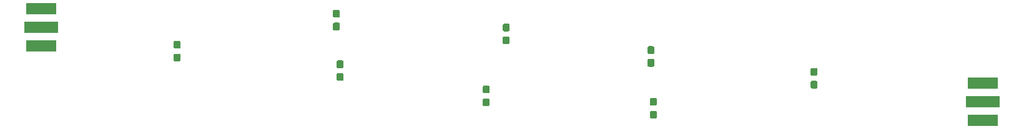
<source format=gbr>
G04 #@! TF.GenerationSoftware,KiCad,Pcbnew,5.1.2-f72e74a~84~ubuntu18.04.1*
G04 #@! TF.CreationDate,2019-11-12T15:35:39+01:00*
G04 #@! TF.ProjectId,filtre_lignes_couplees,66696c74-7265-45f6-9c69-676e65735f63,rev?*
G04 #@! TF.SameCoordinates,Original*
G04 #@! TF.FileFunction,Paste,Top*
G04 #@! TF.FilePolarity,Positive*
%FSLAX46Y46*%
G04 Gerber Fmt 4.6, Leading zero omitted, Abs format (unit mm)*
G04 Created by KiCad (PCBNEW 5.1.2-f72e74a~84~ubuntu18.04.1) date 2019-11-12 15:35:39*
%MOMM*%
%LPD*%
G04 APERTURE LIST*
%ADD10C,0.100000*%
%ADD11C,0.950000*%
%ADD12R,4.060000X1.520000*%
%ADD13R,4.600000X1.520000*%
G04 APERTURE END LIST*
D10*
G36*
X144840779Y-90291144D02*
G01*
X144863834Y-90294563D01*
X144886443Y-90300227D01*
X144908387Y-90308079D01*
X144929457Y-90318044D01*
X144949448Y-90330026D01*
X144968168Y-90343910D01*
X144985438Y-90359562D01*
X145001090Y-90376832D01*
X145014974Y-90395552D01*
X145026956Y-90415543D01*
X145036921Y-90436613D01*
X145044773Y-90458557D01*
X145050437Y-90481166D01*
X145053856Y-90504221D01*
X145055000Y-90527500D01*
X145055000Y-91102500D01*
X145053856Y-91125779D01*
X145050437Y-91148834D01*
X145044773Y-91171443D01*
X145036921Y-91193387D01*
X145026956Y-91214457D01*
X145014974Y-91234448D01*
X145001090Y-91253168D01*
X144985438Y-91270438D01*
X144968168Y-91286090D01*
X144949448Y-91299974D01*
X144929457Y-91311956D01*
X144908387Y-91321921D01*
X144886443Y-91329773D01*
X144863834Y-91335437D01*
X144840779Y-91338856D01*
X144817500Y-91340000D01*
X144342500Y-91340000D01*
X144319221Y-91338856D01*
X144296166Y-91335437D01*
X144273557Y-91329773D01*
X144251613Y-91321921D01*
X144230543Y-91311956D01*
X144210552Y-91299974D01*
X144191832Y-91286090D01*
X144174562Y-91270438D01*
X144158910Y-91253168D01*
X144145026Y-91234448D01*
X144133044Y-91214457D01*
X144123079Y-91193387D01*
X144115227Y-91171443D01*
X144109563Y-91148834D01*
X144106144Y-91125779D01*
X144105000Y-91102500D01*
X144105000Y-90527500D01*
X144106144Y-90504221D01*
X144109563Y-90481166D01*
X144115227Y-90458557D01*
X144123079Y-90436613D01*
X144133044Y-90415543D01*
X144145026Y-90395552D01*
X144158910Y-90376832D01*
X144174562Y-90359562D01*
X144191832Y-90343910D01*
X144210552Y-90330026D01*
X144230543Y-90318044D01*
X144251613Y-90308079D01*
X144273557Y-90300227D01*
X144296166Y-90294563D01*
X144319221Y-90291144D01*
X144342500Y-90290000D01*
X144817500Y-90290000D01*
X144840779Y-90291144D01*
X144840779Y-90291144D01*
G37*
D11*
X144580000Y-90815000D03*
D10*
G36*
X144840779Y-92041144D02*
G01*
X144863834Y-92044563D01*
X144886443Y-92050227D01*
X144908387Y-92058079D01*
X144929457Y-92068044D01*
X144949448Y-92080026D01*
X144968168Y-92093910D01*
X144985438Y-92109562D01*
X145001090Y-92126832D01*
X145014974Y-92145552D01*
X145026956Y-92165543D01*
X145036921Y-92186613D01*
X145044773Y-92208557D01*
X145050437Y-92231166D01*
X145053856Y-92254221D01*
X145055000Y-92277500D01*
X145055000Y-92852500D01*
X145053856Y-92875779D01*
X145050437Y-92898834D01*
X145044773Y-92921443D01*
X145036921Y-92943387D01*
X145026956Y-92964457D01*
X145014974Y-92984448D01*
X145001090Y-93003168D01*
X144985438Y-93020438D01*
X144968168Y-93036090D01*
X144949448Y-93049974D01*
X144929457Y-93061956D01*
X144908387Y-93071921D01*
X144886443Y-93079773D01*
X144863834Y-93085437D01*
X144840779Y-93088856D01*
X144817500Y-93090000D01*
X144342500Y-93090000D01*
X144319221Y-93088856D01*
X144296166Y-93085437D01*
X144273557Y-93079773D01*
X144251613Y-93071921D01*
X144230543Y-93061956D01*
X144210552Y-93049974D01*
X144191832Y-93036090D01*
X144174562Y-93020438D01*
X144158910Y-93003168D01*
X144145026Y-92984448D01*
X144133044Y-92964457D01*
X144123079Y-92943387D01*
X144115227Y-92921443D01*
X144109563Y-92898834D01*
X144106144Y-92875779D01*
X144105000Y-92852500D01*
X144105000Y-92277500D01*
X144106144Y-92254221D01*
X144109563Y-92231166D01*
X144115227Y-92208557D01*
X144123079Y-92186613D01*
X144133044Y-92165543D01*
X144145026Y-92145552D01*
X144158910Y-92126832D01*
X144174562Y-92109562D01*
X144191832Y-92093910D01*
X144210552Y-92080026D01*
X144230543Y-92068044D01*
X144251613Y-92058079D01*
X144273557Y-92050227D01*
X144296166Y-92044563D01*
X144319221Y-92041144D01*
X144342500Y-92040000D01*
X144817500Y-92040000D01*
X144840779Y-92041144D01*
X144840779Y-92041144D01*
G37*
D11*
X144580000Y-92565000D03*
D10*
G36*
X166630779Y-86198644D02*
G01*
X166653834Y-86202063D01*
X166676443Y-86207727D01*
X166698387Y-86215579D01*
X166719457Y-86225544D01*
X166739448Y-86237526D01*
X166758168Y-86251410D01*
X166775438Y-86267062D01*
X166791090Y-86284332D01*
X166804974Y-86303052D01*
X166816956Y-86323043D01*
X166826921Y-86344113D01*
X166834773Y-86366057D01*
X166840437Y-86388666D01*
X166843856Y-86411721D01*
X166845000Y-86435000D01*
X166845000Y-87010000D01*
X166843856Y-87033279D01*
X166840437Y-87056334D01*
X166834773Y-87078943D01*
X166826921Y-87100887D01*
X166816956Y-87121957D01*
X166804974Y-87141948D01*
X166791090Y-87160668D01*
X166775438Y-87177938D01*
X166758168Y-87193590D01*
X166739448Y-87207474D01*
X166719457Y-87219456D01*
X166698387Y-87229421D01*
X166676443Y-87237273D01*
X166653834Y-87242937D01*
X166630779Y-87246356D01*
X166607500Y-87247500D01*
X166132500Y-87247500D01*
X166109221Y-87246356D01*
X166086166Y-87242937D01*
X166063557Y-87237273D01*
X166041613Y-87229421D01*
X166020543Y-87219456D01*
X166000552Y-87207474D01*
X165981832Y-87193590D01*
X165964562Y-87177938D01*
X165948910Y-87160668D01*
X165935026Y-87141948D01*
X165923044Y-87121957D01*
X165913079Y-87100887D01*
X165905227Y-87078943D01*
X165899563Y-87056334D01*
X165896144Y-87033279D01*
X165895000Y-87010000D01*
X165895000Y-86435000D01*
X165896144Y-86411721D01*
X165899563Y-86388666D01*
X165905227Y-86366057D01*
X165913079Y-86344113D01*
X165923044Y-86323043D01*
X165935026Y-86303052D01*
X165948910Y-86284332D01*
X165964562Y-86267062D01*
X165981832Y-86251410D01*
X166000552Y-86237526D01*
X166020543Y-86225544D01*
X166041613Y-86215579D01*
X166063557Y-86207727D01*
X166086166Y-86202063D01*
X166109221Y-86198644D01*
X166132500Y-86197500D01*
X166607500Y-86197500D01*
X166630779Y-86198644D01*
X166630779Y-86198644D01*
G37*
D11*
X166370000Y-86722500D03*
D10*
G36*
X166630779Y-87948644D02*
G01*
X166653834Y-87952063D01*
X166676443Y-87957727D01*
X166698387Y-87965579D01*
X166719457Y-87975544D01*
X166739448Y-87987526D01*
X166758168Y-88001410D01*
X166775438Y-88017062D01*
X166791090Y-88034332D01*
X166804974Y-88053052D01*
X166816956Y-88073043D01*
X166826921Y-88094113D01*
X166834773Y-88116057D01*
X166840437Y-88138666D01*
X166843856Y-88161721D01*
X166845000Y-88185000D01*
X166845000Y-88760000D01*
X166843856Y-88783279D01*
X166840437Y-88806334D01*
X166834773Y-88828943D01*
X166826921Y-88850887D01*
X166816956Y-88871957D01*
X166804974Y-88891948D01*
X166791090Y-88910668D01*
X166775438Y-88927938D01*
X166758168Y-88943590D01*
X166739448Y-88957474D01*
X166719457Y-88969456D01*
X166698387Y-88979421D01*
X166676443Y-88987273D01*
X166653834Y-88992937D01*
X166630779Y-88996356D01*
X166607500Y-88997500D01*
X166132500Y-88997500D01*
X166109221Y-88996356D01*
X166086166Y-88992937D01*
X166063557Y-88987273D01*
X166041613Y-88979421D01*
X166020543Y-88969456D01*
X166000552Y-88957474D01*
X165981832Y-88943590D01*
X165964562Y-88927938D01*
X165948910Y-88910668D01*
X165935026Y-88891948D01*
X165923044Y-88871957D01*
X165913079Y-88850887D01*
X165905227Y-88828943D01*
X165899563Y-88806334D01*
X165896144Y-88783279D01*
X165895000Y-88760000D01*
X165895000Y-88185000D01*
X165896144Y-88161721D01*
X165899563Y-88138666D01*
X165905227Y-88116057D01*
X165913079Y-88094113D01*
X165923044Y-88073043D01*
X165935026Y-88053052D01*
X165948910Y-88034332D01*
X165964562Y-88017062D01*
X165981832Y-88001410D01*
X166000552Y-87987526D01*
X166020543Y-87975544D01*
X166041613Y-87965579D01*
X166063557Y-87957727D01*
X166086166Y-87952063D01*
X166109221Y-87948644D01*
X166132500Y-87947500D01*
X166607500Y-87947500D01*
X166630779Y-87948644D01*
X166630779Y-87948644D01*
G37*
D11*
X166370000Y-88472500D03*
D10*
G36*
X122180779Y-88601144D02*
G01*
X122203834Y-88604563D01*
X122226443Y-88610227D01*
X122248387Y-88618079D01*
X122269457Y-88628044D01*
X122289448Y-88640026D01*
X122308168Y-88653910D01*
X122325438Y-88669562D01*
X122341090Y-88686832D01*
X122354974Y-88705552D01*
X122366956Y-88725543D01*
X122376921Y-88746613D01*
X122384773Y-88768557D01*
X122390437Y-88791166D01*
X122393856Y-88814221D01*
X122395000Y-88837500D01*
X122395000Y-89412500D01*
X122393856Y-89435779D01*
X122390437Y-89458834D01*
X122384773Y-89481443D01*
X122376921Y-89503387D01*
X122366956Y-89524457D01*
X122354974Y-89544448D01*
X122341090Y-89563168D01*
X122325438Y-89580438D01*
X122308168Y-89596090D01*
X122289448Y-89609974D01*
X122269457Y-89621956D01*
X122248387Y-89631921D01*
X122226443Y-89639773D01*
X122203834Y-89645437D01*
X122180779Y-89648856D01*
X122157500Y-89650000D01*
X121682500Y-89650000D01*
X121659221Y-89648856D01*
X121636166Y-89645437D01*
X121613557Y-89639773D01*
X121591613Y-89631921D01*
X121570543Y-89621956D01*
X121550552Y-89609974D01*
X121531832Y-89596090D01*
X121514562Y-89580438D01*
X121498910Y-89563168D01*
X121485026Y-89544448D01*
X121473044Y-89524457D01*
X121463079Y-89503387D01*
X121455227Y-89481443D01*
X121449563Y-89458834D01*
X121446144Y-89435779D01*
X121445000Y-89412500D01*
X121445000Y-88837500D01*
X121446144Y-88814221D01*
X121449563Y-88791166D01*
X121455227Y-88768557D01*
X121463079Y-88746613D01*
X121473044Y-88725543D01*
X121485026Y-88705552D01*
X121498910Y-88686832D01*
X121514562Y-88669562D01*
X121531832Y-88653910D01*
X121550552Y-88640026D01*
X121570543Y-88628044D01*
X121591613Y-88618079D01*
X121613557Y-88610227D01*
X121636166Y-88604563D01*
X121659221Y-88601144D01*
X121682500Y-88600000D01*
X122157500Y-88600000D01*
X122180779Y-88601144D01*
X122180779Y-88601144D01*
G37*
D11*
X121920000Y-89125000D03*
D10*
G36*
X122180779Y-90351144D02*
G01*
X122203834Y-90354563D01*
X122226443Y-90360227D01*
X122248387Y-90368079D01*
X122269457Y-90378044D01*
X122289448Y-90390026D01*
X122308168Y-90403910D01*
X122325438Y-90419562D01*
X122341090Y-90436832D01*
X122354974Y-90455552D01*
X122366956Y-90475543D01*
X122376921Y-90496613D01*
X122384773Y-90518557D01*
X122390437Y-90541166D01*
X122393856Y-90564221D01*
X122395000Y-90587500D01*
X122395000Y-91162500D01*
X122393856Y-91185779D01*
X122390437Y-91208834D01*
X122384773Y-91231443D01*
X122376921Y-91253387D01*
X122366956Y-91274457D01*
X122354974Y-91294448D01*
X122341090Y-91313168D01*
X122325438Y-91330438D01*
X122308168Y-91346090D01*
X122289448Y-91359974D01*
X122269457Y-91371956D01*
X122248387Y-91381921D01*
X122226443Y-91389773D01*
X122203834Y-91395437D01*
X122180779Y-91398856D01*
X122157500Y-91400000D01*
X121682500Y-91400000D01*
X121659221Y-91398856D01*
X121636166Y-91395437D01*
X121613557Y-91389773D01*
X121591613Y-91381921D01*
X121570543Y-91371956D01*
X121550552Y-91359974D01*
X121531832Y-91346090D01*
X121514562Y-91330438D01*
X121498910Y-91313168D01*
X121485026Y-91294448D01*
X121473044Y-91274457D01*
X121463079Y-91253387D01*
X121455227Y-91231443D01*
X121449563Y-91208834D01*
X121446144Y-91185779D01*
X121445000Y-91162500D01*
X121445000Y-90587500D01*
X121446144Y-90564221D01*
X121449563Y-90541166D01*
X121455227Y-90518557D01*
X121463079Y-90496613D01*
X121473044Y-90475543D01*
X121485026Y-90455552D01*
X121498910Y-90436832D01*
X121514562Y-90419562D01*
X121531832Y-90403910D01*
X121550552Y-90390026D01*
X121570543Y-90378044D01*
X121591613Y-90368079D01*
X121613557Y-90360227D01*
X121636166Y-90354563D01*
X121659221Y-90351144D01*
X121682500Y-90350000D01*
X122157500Y-90350000D01*
X122180779Y-90351144D01*
X122180779Y-90351144D01*
G37*
D11*
X121920000Y-90875000D03*
D10*
G36*
X144505779Y-83221144D02*
G01*
X144528834Y-83224563D01*
X144551443Y-83230227D01*
X144573387Y-83238079D01*
X144594457Y-83248044D01*
X144614448Y-83260026D01*
X144633168Y-83273910D01*
X144650438Y-83289562D01*
X144666090Y-83306832D01*
X144679974Y-83325552D01*
X144691956Y-83345543D01*
X144701921Y-83366613D01*
X144709773Y-83388557D01*
X144715437Y-83411166D01*
X144718856Y-83434221D01*
X144720000Y-83457500D01*
X144720000Y-84032500D01*
X144718856Y-84055779D01*
X144715437Y-84078834D01*
X144709773Y-84101443D01*
X144701921Y-84123387D01*
X144691956Y-84144457D01*
X144679974Y-84164448D01*
X144666090Y-84183168D01*
X144650438Y-84200438D01*
X144633168Y-84216090D01*
X144614448Y-84229974D01*
X144594457Y-84241956D01*
X144573387Y-84251921D01*
X144551443Y-84259773D01*
X144528834Y-84265437D01*
X144505779Y-84268856D01*
X144482500Y-84270000D01*
X144007500Y-84270000D01*
X143984221Y-84268856D01*
X143961166Y-84265437D01*
X143938557Y-84259773D01*
X143916613Y-84251921D01*
X143895543Y-84241956D01*
X143875552Y-84229974D01*
X143856832Y-84216090D01*
X143839562Y-84200438D01*
X143823910Y-84183168D01*
X143810026Y-84164448D01*
X143798044Y-84144457D01*
X143788079Y-84123387D01*
X143780227Y-84101443D01*
X143774563Y-84078834D01*
X143771144Y-84055779D01*
X143770000Y-84032500D01*
X143770000Y-83457500D01*
X143771144Y-83434221D01*
X143774563Y-83411166D01*
X143780227Y-83388557D01*
X143788079Y-83366613D01*
X143798044Y-83345543D01*
X143810026Y-83325552D01*
X143823910Y-83306832D01*
X143839562Y-83289562D01*
X143856832Y-83273910D01*
X143875552Y-83260026D01*
X143895543Y-83248044D01*
X143916613Y-83238079D01*
X143938557Y-83230227D01*
X143961166Y-83224563D01*
X143984221Y-83221144D01*
X144007500Y-83220000D01*
X144482500Y-83220000D01*
X144505779Y-83221144D01*
X144505779Y-83221144D01*
G37*
D11*
X144245000Y-83745000D03*
D10*
G36*
X144505779Y-84971144D02*
G01*
X144528834Y-84974563D01*
X144551443Y-84980227D01*
X144573387Y-84988079D01*
X144594457Y-84998044D01*
X144614448Y-85010026D01*
X144633168Y-85023910D01*
X144650438Y-85039562D01*
X144666090Y-85056832D01*
X144679974Y-85075552D01*
X144691956Y-85095543D01*
X144701921Y-85116613D01*
X144709773Y-85138557D01*
X144715437Y-85161166D01*
X144718856Y-85184221D01*
X144720000Y-85207500D01*
X144720000Y-85782500D01*
X144718856Y-85805779D01*
X144715437Y-85828834D01*
X144709773Y-85851443D01*
X144701921Y-85873387D01*
X144691956Y-85894457D01*
X144679974Y-85914448D01*
X144666090Y-85933168D01*
X144650438Y-85950438D01*
X144633168Y-85966090D01*
X144614448Y-85979974D01*
X144594457Y-85991956D01*
X144573387Y-86001921D01*
X144551443Y-86009773D01*
X144528834Y-86015437D01*
X144505779Y-86018856D01*
X144482500Y-86020000D01*
X144007500Y-86020000D01*
X143984221Y-86018856D01*
X143961166Y-86015437D01*
X143938557Y-86009773D01*
X143916613Y-86001921D01*
X143895543Y-85991956D01*
X143875552Y-85979974D01*
X143856832Y-85966090D01*
X143839562Y-85950438D01*
X143823910Y-85933168D01*
X143810026Y-85914448D01*
X143798044Y-85894457D01*
X143788079Y-85873387D01*
X143780227Y-85851443D01*
X143774563Y-85828834D01*
X143771144Y-85805779D01*
X143770000Y-85782500D01*
X143770000Y-85207500D01*
X143771144Y-85184221D01*
X143774563Y-85161166D01*
X143780227Y-85138557D01*
X143788079Y-85116613D01*
X143798044Y-85095543D01*
X143810026Y-85075552D01*
X143823910Y-85056832D01*
X143839562Y-85039562D01*
X143856832Y-85023910D01*
X143875552Y-85010026D01*
X143895543Y-84998044D01*
X143916613Y-84988079D01*
X143938557Y-84980227D01*
X143961166Y-84974563D01*
X143984221Y-84971144D01*
X144007500Y-84970000D01*
X144482500Y-84970000D01*
X144505779Y-84971144D01*
X144505779Y-84971144D01*
G37*
D11*
X144245000Y-85495000D03*
D10*
G36*
X102360779Y-85161144D02*
G01*
X102383834Y-85164563D01*
X102406443Y-85170227D01*
X102428387Y-85178079D01*
X102449457Y-85188044D01*
X102469448Y-85200026D01*
X102488168Y-85213910D01*
X102505438Y-85229562D01*
X102521090Y-85246832D01*
X102534974Y-85265552D01*
X102546956Y-85285543D01*
X102556921Y-85306613D01*
X102564773Y-85328557D01*
X102570437Y-85351166D01*
X102573856Y-85374221D01*
X102575000Y-85397500D01*
X102575000Y-85972500D01*
X102573856Y-85995779D01*
X102570437Y-86018834D01*
X102564773Y-86041443D01*
X102556921Y-86063387D01*
X102546956Y-86084457D01*
X102534974Y-86104448D01*
X102521090Y-86123168D01*
X102505438Y-86140438D01*
X102488168Y-86156090D01*
X102469448Y-86169974D01*
X102449457Y-86181956D01*
X102428387Y-86191921D01*
X102406443Y-86199773D01*
X102383834Y-86205437D01*
X102360779Y-86208856D01*
X102337500Y-86210000D01*
X101862500Y-86210000D01*
X101839221Y-86208856D01*
X101816166Y-86205437D01*
X101793557Y-86199773D01*
X101771613Y-86191921D01*
X101750543Y-86181956D01*
X101730552Y-86169974D01*
X101711832Y-86156090D01*
X101694562Y-86140438D01*
X101678910Y-86123168D01*
X101665026Y-86104448D01*
X101653044Y-86084457D01*
X101643079Y-86063387D01*
X101635227Y-86041443D01*
X101629563Y-86018834D01*
X101626144Y-85995779D01*
X101625000Y-85972500D01*
X101625000Y-85397500D01*
X101626144Y-85374221D01*
X101629563Y-85351166D01*
X101635227Y-85328557D01*
X101643079Y-85306613D01*
X101653044Y-85285543D01*
X101665026Y-85265552D01*
X101678910Y-85246832D01*
X101694562Y-85229562D01*
X101711832Y-85213910D01*
X101730552Y-85200026D01*
X101750543Y-85188044D01*
X101771613Y-85178079D01*
X101793557Y-85170227D01*
X101816166Y-85164563D01*
X101839221Y-85161144D01*
X101862500Y-85160000D01*
X102337500Y-85160000D01*
X102360779Y-85161144D01*
X102360779Y-85161144D01*
G37*
D11*
X102100000Y-85685000D03*
D10*
G36*
X102360779Y-86911144D02*
G01*
X102383834Y-86914563D01*
X102406443Y-86920227D01*
X102428387Y-86928079D01*
X102449457Y-86938044D01*
X102469448Y-86950026D01*
X102488168Y-86963910D01*
X102505438Y-86979562D01*
X102521090Y-86996832D01*
X102534974Y-87015552D01*
X102546956Y-87035543D01*
X102556921Y-87056613D01*
X102564773Y-87078557D01*
X102570437Y-87101166D01*
X102573856Y-87124221D01*
X102575000Y-87147500D01*
X102575000Y-87722500D01*
X102573856Y-87745779D01*
X102570437Y-87768834D01*
X102564773Y-87791443D01*
X102556921Y-87813387D01*
X102546956Y-87834457D01*
X102534974Y-87854448D01*
X102521090Y-87873168D01*
X102505438Y-87890438D01*
X102488168Y-87906090D01*
X102469448Y-87919974D01*
X102449457Y-87931956D01*
X102428387Y-87941921D01*
X102406443Y-87949773D01*
X102383834Y-87955437D01*
X102360779Y-87958856D01*
X102337500Y-87960000D01*
X101862500Y-87960000D01*
X101839221Y-87958856D01*
X101816166Y-87955437D01*
X101793557Y-87949773D01*
X101771613Y-87941921D01*
X101750543Y-87931956D01*
X101730552Y-87919974D01*
X101711832Y-87906090D01*
X101694562Y-87890438D01*
X101678910Y-87873168D01*
X101665026Y-87854448D01*
X101653044Y-87834457D01*
X101643079Y-87813387D01*
X101635227Y-87791443D01*
X101629563Y-87768834D01*
X101626144Y-87745779D01*
X101625000Y-87722500D01*
X101625000Y-87147500D01*
X101626144Y-87124221D01*
X101629563Y-87101166D01*
X101635227Y-87078557D01*
X101643079Y-87056613D01*
X101653044Y-87035543D01*
X101665026Y-87015552D01*
X101678910Y-86996832D01*
X101694562Y-86979562D01*
X101711832Y-86963910D01*
X101730552Y-86950026D01*
X101750543Y-86938044D01*
X101771613Y-86928079D01*
X101793557Y-86920227D01*
X101816166Y-86914563D01*
X101839221Y-86911144D01*
X101862500Y-86910000D01*
X102337500Y-86910000D01*
X102360779Y-86911144D01*
X102360779Y-86911144D01*
G37*
D11*
X102100000Y-87435000D03*
D10*
G36*
X124885779Y-80146144D02*
G01*
X124908834Y-80149563D01*
X124931443Y-80155227D01*
X124953387Y-80163079D01*
X124974457Y-80173044D01*
X124994448Y-80185026D01*
X125013168Y-80198910D01*
X125030438Y-80214562D01*
X125046090Y-80231832D01*
X125059974Y-80250552D01*
X125071956Y-80270543D01*
X125081921Y-80291613D01*
X125089773Y-80313557D01*
X125095437Y-80336166D01*
X125098856Y-80359221D01*
X125100000Y-80382500D01*
X125100000Y-80957500D01*
X125098856Y-80980779D01*
X125095437Y-81003834D01*
X125089773Y-81026443D01*
X125081921Y-81048387D01*
X125071956Y-81069457D01*
X125059974Y-81089448D01*
X125046090Y-81108168D01*
X125030438Y-81125438D01*
X125013168Y-81141090D01*
X124994448Y-81154974D01*
X124974457Y-81166956D01*
X124953387Y-81176921D01*
X124931443Y-81184773D01*
X124908834Y-81190437D01*
X124885779Y-81193856D01*
X124862500Y-81195000D01*
X124387500Y-81195000D01*
X124364221Y-81193856D01*
X124341166Y-81190437D01*
X124318557Y-81184773D01*
X124296613Y-81176921D01*
X124275543Y-81166956D01*
X124255552Y-81154974D01*
X124236832Y-81141090D01*
X124219562Y-81125438D01*
X124203910Y-81108168D01*
X124190026Y-81089448D01*
X124178044Y-81069457D01*
X124168079Y-81048387D01*
X124160227Y-81026443D01*
X124154563Y-81003834D01*
X124151144Y-80980779D01*
X124150000Y-80957500D01*
X124150000Y-80382500D01*
X124151144Y-80359221D01*
X124154563Y-80336166D01*
X124160227Y-80313557D01*
X124168079Y-80291613D01*
X124178044Y-80270543D01*
X124190026Y-80250552D01*
X124203910Y-80231832D01*
X124219562Y-80214562D01*
X124236832Y-80198910D01*
X124255552Y-80185026D01*
X124275543Y-80173044D01*
X124296613Y-80163079D01*
X124318557Y-80155227D01*
X124341166Y-80149563D01*
X124364221Y-80146144D01*
X124387500Y-80145000D01*
X124862500Y-80145000D01*
X124885779Y-80146144D01*
X124885779Y-80146144D01*
G37*
D11*
X124625000Y-80670000D03*
D10*
G36*
X124885779Y-81896144D02*
G01*
X124908834Y-81899563D01*
X124931443Y-81905227D01*
X124953387Y-81913079D01*
X124974457Y-81923044D01*
X124994448Y-81935026D01*
X125013168Y-81948910D01*
X125030438Y-81964562D01*
X125046090Y-81981832D01*
X125059974Y-82000552D01*
X125071956Y-82020543D01*
X125081921Y-82041613D01*
X125089773Y-82063557D01*
X125095437Y-82086166D01*
X125098856Y-82109221D01*
X125100000Y-82132500D01*
X125100000Y-82707500D01*
X125098856Y-82730779D01*
X125095437Y-82753834D01*
X125089773Y-82776443D01*
X125081921Y-82798387D01*
X125071956Y-82819457D01*
X125059974Y-82839448D01*
X125046090Y-82858168D01*
X125030438Y-82875438D01*
X125013168Y-82891090D01*
X124994448Y-82904974D01*
X124974457Y-82916956D01*
X124953387Y-82926921D01*
X124931443Y-82934773D01*
X124908834Y-82940437D01*
X124885779Y-82943856D01*
X124862500Y-82945000D01*
X124387500Y-82945000D01*
X124364221Y-82943856D01*
X124341166Y-82940437D01*
X124318557Y-82934773D01*
X124296613Y-82926921D01*
X124275543Y-82916956D01*
X124255552Y-82904974D01*
X124236832Y-82891090D01*
X124219562Y-82875438D01*
X124203910Y-82858168D01*
X124190026Y-82839448D01*
X124178044Y-82819457D01*
X124168079Y-82798387D01*
X124160227Y-82776443D01*
X124154563Y-82753834D01*
X124151144Y-82730779D01*
X124150000Y-82707500D01*
X124150000Y-82132500D01*
X124151144Y-82109221D01*
X124154563Y-82086166D01*
X124160227Y-82063557D01*
X124168079Y-82041613D01*
X124178044Y-82020543D01*
X124190026Y-82000552D01*
X124203910Y-81981832D01*
X124219562Y-81964562D01*
X124236832Y-81948910D01*
X124255552Y-81935026D01*
X124275543Y-81923044D01*
X124296613Y-81913079D01*
X124318557Y-81905227D01*
X124341166Y-81899563D01*
X124364221Y-81896144D01*
X124387500Y-81895000D01*
X124862500Y-81895000D01*
X124885779Y-81896144D01*
X124885779Y-81896144D01*
G37*
D11*
X124625000Y-82420000D03*
D10*
G36*
X80270779Y-82491144D02*
G01*
X80293834Y-82494563D01*
X80316443Y-82500227D01*
X80338387Y-82508079D01*
X80359457Y-82518044D01*
X80379448Y-82530026D01*
X80398168Y-82543910D01*
X80415438Y-82559562D01*
X80431090Y-82576832D01*
X80444974Y-82595552D01*
X80456956Y-82615543D01*
X80466921Y-82636613D01*
X80474773Y-82658557D01*
X80480437Y-82681166D01*
X80483856Y-82704221D01*
X80485000Y-82727500D01*
X80485000Y-83302500D01*
X80483856Y-83325779D01*
X80480437Y-83348834D01*
X80474773Y-83371443D01*
X80466921Y-83393387D01*
X80456956Y-83414457D01*
X80444974Y-83434448D01*
X80431090Y-83453168D01*
X80415438Y-83470438D01*
X80398168Y-83486090D01*
X80379448Y-83499974D01*
X80359457Y-83511956D01*
X80338387Y-83521921D01*
X80316443Y-83529773D01*
X80293834Y-83535437D01*
X80270779Y-83538856D01*
X80247500Y-83540000D01*
X79772500Y-83540000D01*
X79749221Y-83538856D01*
X79726166Y-83535437D01*
X79703557Y-83529773D01*
X79681613Y-83521921D01*
X79660543Y-83511956D01*
X79640552Y-83499974D01*
X79621832Y-83486090D01*
X79604562Y-83470438D01*
X79588910Y-83453168D01*
X79575026Y-83434448D01*
X79563044Y-83414457D01*
X79553079Y-83393387D01*
X79545227Y-83371443D01*
X79539563Y-83348834D01*
X79536144Y-83325779D01*
X79535000Y-83302500D01*
X79535000Y-82727500D01*
X79536144Y-82704221D01*
X79539563Y-82681166D01*
X79545227Y-82658557D01*
X79553079Y-82636613D01*
X79563044Y-82615543D01*
X79575026Y-82595552D01*
X79588910Y-82576832D01*
X79604562Y-82559562D01*
X79621832Y-82543910D01*
X79640552Y-82530026D01*
X79660543Y-82518044D01*
X79681613Y-82508079D01*
X79703557Y-82500227D01*
X79726166Y-82494563D01*
X79749221Y-82491144D01*
X79772500Y-82490000D01*
X80247500Y-82490000D01*
X80270779Y-82491144D01*
X80270779Y-82491144D01*
G37*
D11*
X80010000Y-83015000D03*
D10*
G36*
X80270779Y-84241144D02*
G01*
X80293834Y-84244563D01*
X80316443Y-84250227D01*
X80338387Y-84258079D01*
X80359457Y-84268044D01*
X80379448Y-84280026D01*
X80398168Y-84293910D01*
X80415438Y-84309562D01*
X80431090Y-84326832D01*
X80444974Y-84345552D01*
X80456956Y-84365543D01*
X80466921Y-84386613D01*
X80474773Y-84408557D01*
X80480437Y-84431166D01*
X80483856Y-84454221D01*
X80485000Y-84477500D01*
X80485000Y-85052500D01*
X80483856Y-85075779D01*
X80480437Y-85098834D01*
X80474773Y-85121443D01*
X80466921Y-85143387D01*
X80456956Y-85164457D01*
X80444974Y-85184448D01*
X80431090Y-85203168D01*
X80415438Y-85220438D01*
X80398168Y-85236090D01*
X80379448Y-85249974D01*
X80359457Y-85261956D01*
X80338387Y-85271921D01*
X80316443Y-85279773D01*
X80293834Y-85285437D01*
X80270779Y-85288856D01*
X80247500Y-85290000D01*
X79772500Y-85290000D01*
X79749221Y-85288856D01*
X79726166Y-85285437D01*
X79703557Y-85279773D01*
X79681613Y-85271921D01*
X79660543Y-85261956D01*
X79640552Y-85249974D01*
X79621832Y-85236090D01*
X79604562Y-85220438D01*
X79588910Y-85203168D01*
X79575026Y-85184448D01*
X79563044Y-85164457D01*
X79553079Y-85143387D01*
X79545227Y-85121443D01*
X79539563Y-85098834D01*
X79536144Y-85075779D01*
X79535000Y-85052500D01*
X79535000Y-84477500D01*
X79536144Y-84454221D01*
X79539563Y-84431166D01*
X79545227Y-84408557D01*
X79553079Y-84386613D01*
X79563044Y-84365543D01*
X79575026Y-84345552D01*
X79588910Y-84326832D01*
X79604562Y-84309562D01*
X79621832Y-84293910D01*
X79640552Y-84280026D01*
X79660543Y-84268044D01*
X79681613Y-84258079D01*
X79703557Y-84250227D01*
X79726166Y-84244563D01*
X79749221Y-84241144D01*
X79772500Y-84240000D01*
X80247500Y-84240000D01*
X80270779Y-84241144D01*
X80270779Y-84241144D01*
G37*
D11*
X80010000Y-84765000D03*
D10*
G36*
X101860779Y-78251144D02*
G01*
X101883834Y-78254563D01*
X101906443Y-78260227D01*
X101928387Y-78268079D01*
X101949457Y-78278044D01*
X101969448Y-78290026D01*
X101988168Y-78303910D01*
X102005438Y-78319562D01*
X102021090Y-78336832D01*
X102034974Y-78355552D01*
X102046956Y-78375543D01*
X102056921Y-78396613D01*
X102064773Y-78418557D01*
X102070437Y-78441166D01*
X102073856Y-78464221D01*
X102075000Y-78487500D01*
X102075000Y-79062500D01*
X102073856Y-79085779D01*
X102070437Y-79108834D01*
X102064773Y-79131443D01*
X102056921Y-79153387D01*
X102046956Y-79174457D01*
X102034974Y-79194448D01*
X102021090Y-79213168D01*
X102005438Y-79230438D01*
X101988168Y-79246090D01*
X101969448Y-79259974D01*
X101949457Y-79271956D01*
X101928387Y-79281921D01*
X101906443Y-79289773D01*
X101883834Y-79295437D01*
X101860779Y-79298856D01*
X101837500Y-79300000D01*
X101362500Y-79300000D01*
X101339221Y-79298856D01*
X101316166Y-79295437D01*
X101293557Y-79289773D01*
X101271613Y-79281921D01*
X101250543Y-79271956D01*
X101230552Y-79259974D01*
X101211832Y-79246090D01*
X101194562Y-79230438D01*
X101178910Y-79213168D01*
X101165026Y-79194448D01*
X101153044Y-79174457D01*
X101143079Y-79153387D01*
X101135227Y-79131443D01*
X101129563Y-79108834D01*
X101126144Y-79085779D01*
X101125000Y-79062500D01*
X101125000Y-78487500D01*
X101126144Y-78464221D01*
X101129563Y-78441166D01*
X101135227Y-78418557D01*
X101143079Y-78396613D01*
X101153044Y-78375543D01*
X101165026Y-78355552D01*
X101178910Y-78336832D01*
X101194562Y-78319562D01*
X101211832Y-78303910D01*
X101230552Y-78290026D01*
X101250543Y-78278044D01*
X101271613Y-78268079D01*
X101293557Y-78260227D01*
X101316166Y-78254563D01*
X101339221Y-78251144D01*
X101362500Y-78250000D01*
X101837500Y-78250000D01*
X101860779Y-78251144D01*
X101860779Y-78251144D01*
G37*
D11*
X101600000Y-78775000D03*
D10*
G36*
X101860779Y-80001144D02*
G01*
X101883834Y-80004563D01*
X101906443Y-80010227D01*
X101928387Y-80018079D01*
X101949457Y-80028044D01*
X101969448Y-80040026D01*
X101988168Y-80053910D01*
X102005438Y-80069562D01*
X102021090Y-80086832D01*
X102034974Y-80105552D01*
X102046956Y-80125543D01*
X102056921Y-80146613D01*
X102064773Y-80168557D01*
X102070437Y-80191166D01*
X102073856Y-80214221D01*
X102075000Y-80237500D01*
X102075000Y-80812500D01*
X102073856Y-80835779D01*
X102070437Y-80858834D01*
X102064773Y-80881443D01*
X102056921Y-80903387D01*
X102046956Y-80924457D01*
X102034974Y-80944448D01*
X102021090Y-80963168D01*
X102005438Y-80980438D01*
X101988168Y-80996090D01*
X101969448Y-81009974D01*
X101949457Y-81021956D01*
X101928387Y-81031921D01*
X101906443Y-81039773D01*
X101883834Y-81045437D01*
X101860779Y-81048856D01*
X101837500Y-81050000D01*
X101362500Y-81050000D01*
X101339221Y-81048856D01*
X101316166Y-81045437D01*
X101293557Y-81039773D01*
X101271613Y-81031921D01*
X101250543Y-81021956D01*
X101230552Y-81009974D01*
X101211832Y-80996090D01*
X101194562Y-80980438D01*
X101178910Y-80963168D01*
X101165026Y-80944448D01*
X101153044Y-80924457D01*
X101143079Y-80903387D01*
X101135227Y-80881443D01*
X101129563Y-80858834D01*
X101126144Y-80835779D01*
X101125000Y-80812500D01*
X101125000Y-80237500D01*
X101126144Y-80214221D01*
X101129563Y-80191166D01*
X101135227Y-80168557D01*
X101143079Y-80146613D01*
X101153044Y-80125543D01*
X101165026Y-80105552D01*
X101178910Y-80086832D01*
X101194562Y-80069562D01*
X101211832Y-80053910D01*
X101230552Y-80040026D01*
X101250543Y-80028044D01*
X101271613Y-80018079D01*
X101293557Y-80010227D01*
X101316166Y-80004563D01*
X101339221Y-80001144D01*
X101362500Y-80000000D01*
X101837500Y-80000000D01*
X101860779Y-80001144D01*
X101860779Y-80001144D01*
G37*
D11*
X101600000Y-80525000D03*
D12*
X189230000Y-93345000D03*
X189230000Y-88265000D03*
D13*
X189230000Y-90805000D03*
D12*
X61595000Y-78105000D03*
X61595000Y-83185000D03*
D13*
X61595000Y-80645000D03*
M02*

</source>
